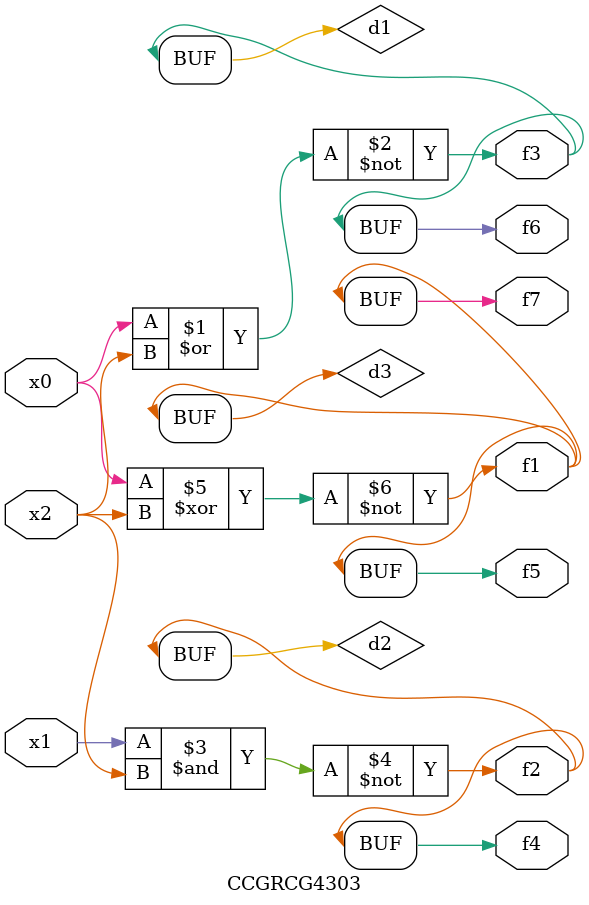
<source format=v>
module CCGRCG4303(
	input x0, x1, x2,
	output f1, f2, f3, f4, f5, f6, f7
);

	wire d1, d2, d3;

	nor (d1, x0, x2);
	nand (d2, x1, x2);
	xnor (d3, x0, x2);
	assign f1 = d3;
	assign f2 = d2;
	assign f3 = d1;
	assign f4 = d2;
	assign f5 = d3;
	assign f6 = d1;
	assign f7 = d3;
endmodule

</source>
